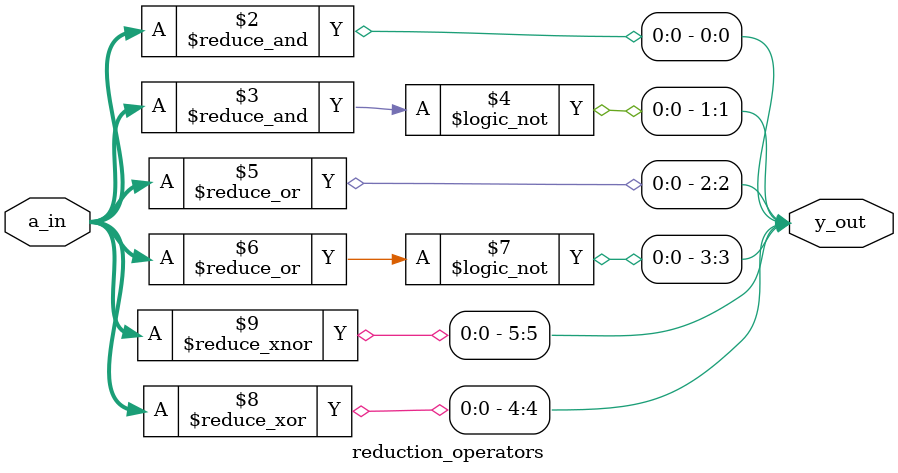
<source format=v>
module reduction_operators(input [3:0] a_in , output reg [5:0] y_out);

always @(a_in)
// reduction AND
begin
y_out[0] = &a_in;
y_out[1] = ~&a_in;
y_out[2] = |a_in;
y_out[3] = ~|a_in;
y_out[4] = ^a_in;
y_out[5] = ~^a_in;
end
endmodule


</source>
